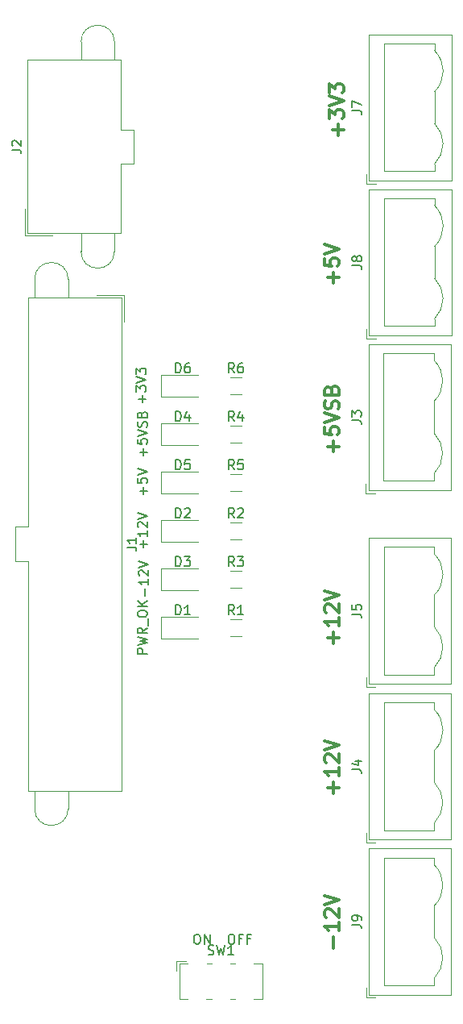
<source format=gbr>
G04 #@! TF.GenerationSoftware,KiCad,Pcbnew,(5.1.6)-1*
G04 #@! TF.CreationDate,2020-12-17T20:47:20-05:00*
G04 #@! TF.ProjectId,atx2,61747832-2e6b-4696-9361-645f70636258,rev?*
G04 #@! TF.SameCoordinates,Original*
G04 #@! TF.FileFunction,Legend,Top*
G04 #@! TF.FilePolarity,Positive*
%FSLAX46Y46*%
G04 Gerber Fmt 4.6, Leading zero omitted, Abs format (unit mm)*
G04 Created by KiCad (PCBNEW (5.1.6)-1) date 2020-12-17 20:47:20*
%MOMM*%
%LPD*%
G01*
G04 APERTURE LIST*
%ADD10C,0.200000*%
%ADD11C,0.300000*%
%ADD12C,0.120000*%
%ADD13C,0.150000*%
G04 APERTURE END LIST*
D10*
X74073095Y-139914380D02*
X74263571Y-139914380D01*
X74358809Y-139962000D01*
X74454047Y-140057238D01*
X74501666Y-140247714D01*
X74501666Y-140581047D01*
X74454047Y-140771523D01*
X74358809Y-140866761D01*
X74263571Y-140914380D01*
X74073095Y-140914380D01*
X73977857Y-140866761D01*
X73882619Y-140771523D01*
X73835000Y-140581047D01*
X73835000Y-140247714D01*
X73882619Y-140057238D01*
X73977857Y-139962000D01*
X74073095Y-139914380D01*
X74930238Y-140914380D02*
X74930238Y-139914380D01*
X75501666Y-140914380D01*
X75501666Y-139914380D01*
X77692142Y-139914380D02*
X77882619Y-139914380D01*
X77977857Y-139962000D01*
X78073095Y-140057238D01*
X78120714Y-140247714D01*
X78120714Y-140581047D01*
X78073095Y-140771523D01*
X77977857Y-140866761D01*
X77882619Y-140914380D01*
X77692142Y-140914380D01*
X77596904Y-140866761D01*
X77501666Y-140771523D01*
X77454047Y-140581047D01*
X77454047Y-140247714D01*
X77501666Y-140057238D01*
X77596904Y-139962000D01*
X77692142Y-139914380D01*
X78882619Y-140390571D02*
X78549285Y-140390571D01*
X78549285Y-140914380D02*
X78549285Y-139914380D01*
X79025476Y-139914380D01*
X79739761Y-140390571D02*
X79406428Y-140390571D01*
X79406428Y-140914380D02*
X79406428Y-139914380D01*
X79882619Y-139914380D01*
X68905380Y-110434095D02*
X67905380Y-110434095D01*
X67905380Y-110053142D01*
X67953000Y-109957904D01*
X68000619Y-109910285D01*
X68095857Y-109862666D01*
X68238714Y-109862666D01*
X68333952Y-109910285D01*
X68381571Y-109957904D01*
X68429190Y-110053142D01*
X68429190Y-110434095D01*
X67905380Y-109529333D02*
X68905380Y-109291238D01*
X68191095Y-109100761D01*
X68905380Y-108910285D01*
X67905380Y-108672190D01*
X68905380Y-107719809D02*
X68429190Y-108053142D01*
X68905380Y-108291238D02*
X67905380Y-108291238D01*
X67905380Y-107910285D01*
X67953000Y-107815047D01*
X68000619Y-107767428D01*
X68095857Y-107719809D01*
X68238714Y-107719809D01*
X68333952Y-107767428D01*
X68381571Y-107815047D01*
X68429190Y-107910285D01*
X68429190Y-108291238D01*
X69000619Y-107529333D02*
X69000619Y-106767428D01*
X67905380Y-106338857D02*
X67905380Y-106148380D01*
X67953000Y-106053142D01*
X68048238Y-105957904D01*
X68238714Y-105910285D01*
X68572047Y-105910285D01*
X68762523Y-105957904D01*
X68857761Y-106053142D01*
X68905380Y-106148380D01*
X68905380Y-106338857D01*
X68857761Y-106434095D01*
X68762523Y-106529333D01*
X68572047Y-106576952D01*
X68238714Y-106576952D01*
X68048238Y-106529333D01*
X67953000Y-106434095D01*
X67905380Y-106338857D01*
X68905380Y-105481714D02*
X67905380Y-105481714D01*
X68905380Y-104910285D02*
X68333952Y-105338857D01*
X67905380Y-104910285D02*
X68476809Y-105481714D01*
X68651428Y-104377904D02*
X68651428Y-103616000D01*
X69032380Y-102616000D02*
X69032380Y-103187428D01*
X69032380Y-102901714D02*
X68032380Y-102901714D01*
X68175238Y-102996952D01*
X68270476Y-103092190D01*
X68318095Y-103187428D01*
X68127619Y-102235047D02*
X68080000Y-102187428D01*
X68032380Y-102092190D01*
X68032380Y-101854095D01*
X68080000Y-101758857D01*
X68127619Y-101711238D01*
X68222857Y-101663619D01*
X68318095Y-101663619D01*
X68460952Y-101711238D01*
X69032380Y-102282666D01*
X69032380Y-101663619D01*
X68032380Y-101377904D02*
X69032380Y-101044571D01*
X68032380Y-100711238D01*
X68524428Y-99297904D02*
X68524428Y-98536000D01*
X68905380Y-98916952D02*
X68143476Y-98916952D01*
X68905380Y-97536000D02*
X68905380Y-98107428D01*
X68905380Y-97821714D02*
X67905380Y-97821714D01*
X68048238Y-97916952D01*
X68143476Y-98012190D01*
X68191095Y-98107428D01*
X68000619Y-97155047D02*
X67953000Y-97107428D01*
X67905380Y-97012190D01*
X67905380Y-96774095D01*
X67953000Y-96678857D01*
X68000619Y-96631238D01*
X68095857Y-96583619D01*
X68191095Y-96583619D01*
X68333952Y-96631238D01*
X68905380Y-97202666D01*
X68905380Y-96583619D01*
X67905380Y-96297904D02*
X68905380Y-95964571D01*
X67905380Y-95631238D01*
X68524428Y-93741714D02*
X68524428Y-92979809D01*
X68905380Y-93360761D02*
X68143476Y-93360761D01*
X67905380Y-92027428D02*
X67905380Y-92503619D01*
X68381571Y-92551238D01*
X68333952Y-92503619D01*
X68286333Y-92408380D01*
X68286333Y-92170285D01*
X68333952Y-92075047D01*
X68381571Y-92027428D01*
X68476809Y-91979809D01*
X68714904Y-91979809D01*
X68810142Y-92027428D01*
X68857761Y-92075047D01*
X68905380Y-92170285D01*
X68905380Y-92408380D01*
X68857761Y-92503619D01*
X68810142Y-92551238D01*
X67905380Y-91694095D02*
X68905380Y-91360761D01*
X67905380Y-91027428D01*
X68524428Y-89637904D02*
X68524428Y-88876000D01*
X68905380Y-89256952D02*
X68143476Y-89256952D01*
X67905380Y-87923619D02*
X67905380Y-88399809D01*
X68381571Y-88447428D01*
X68333952Y-88399809D01*
X68286333Y-88304571D01*
X68286333Y-88066476D01*
X68333952Y-87971238D01*
X68381571Y-87923619D01*
X68476809Y-87876000D01*
X68714904Y-87876000D01*
X68810142Y-87923619D01*
X68857761Y-87971238D01*
X68905380Y-88066476D01*
X68905380Y-88304571D01*
X68857761Y-88399809D01*
X68810142Y-88447428D01*
X67905380Y-87590285D02*
X68905380Y-87256952D01*
X67905380Y-86923619D01*
X68857761Y-86637904D02*
X68905380Y-86495047D01*
X68905380Y-86256952D01*
X68857761Y-86161714D01*
X68810142Y-86114095D01*
X68714904Y-86066476D01*
X68619666Y-86066476D01*
X68524428Y-86114095D01*
X68476809Y-86161714D01*
X68429190Y-86256952D01*
X68381571Y-86447428D01*
X68333952Y-86542666D01*
X68286333Y-86590285D01*
X68191095Y-86637904D01*
X68095857Y-86637904D01*
X68000619Y-86590285D01*
X67953000Y-86542666D01*
X67905380Y-86447428D01*
X67905380Y-86209333D01*
X67953000Y-86066476D01*
X68381571Y-85304571D02*
X68429190Y-85161714D01*
X68476809Y-85114095D01*
X68572047Y-85066476D01*
X68714904Y-85066476D01*
X68810142Y-85114095D01*
X68857761Y-85161714D01*
X68905380Y-85256952D01*
X68905380Y-85637904D01*
X67905380Y-85637904D01*
X67905380Y-85304571D01*
X67953000Y-85209333D01*
X68000619Y-85161714D01*
X68095857Y-85114095D01*
X68191095Y-85114095D01*
X68286333Y-85161714D01*
X68333952Y-85209333D01*
X68381571Y-85304571D01*
X68381571Y-85637904D01*
X68397428Y-84057904D02*
X68397428Y-83296000D01*
X68778380Y-83676952D02*
X68016476Y-83676952D01*
X67778380Y-82915047D02*
X67778380Y-82296000D01*
X68159333Y-82629333D01*
X68159333Y-82486476D01*
X68206952Y-82391238D01*
X68254571Y-82343619D01*
X68349809Y-82296000D01*
X68587904Y-82296000D01*
X68683142Y-82343619D01*
X68730761Y-82391238D01*
X68778380Y-82486476D01*
X68778380Y-82772190D01*
X68730761Y-82867428D01*
X68683142Y-82915047D01*
X67778380Y-82010285D02*
X68778380Y-81676952D01*
X67778380Y-81343619D01*
X67778380Y-81105523D02*
X67778380Y-80486476D01*
X68159333Y-80819809D01*
X68159333Y-80676952D01*
X68206952Y-80581714D01*
X68254571Y-80534095D01*
X68349809Y-80486476D01*
X68587904Y-80486476D01*
X68683142Y-80534095D01*
X68730761Y-80581714D01*
X68778380Y-80676952D01*
X68778380Y-80962666D01*
X68730761Y-81057904D01*
X68683142Y-81105523D01*
D11*
X89007142Y-55982857D02*
X89007142Y-54840000D01*
X89578571Y-55411428D02*
X88435714Y-55411428D01*
X88078571Y-54268571D02*
X88078571Y-53340000D01*
X88650000Y-53840000D01*
X88650000Y-53625714D01*
X88721428Y-53482857D01*
X88792857Y-53411428D01*
X88935714Y-53340000D01*
X89292857Y-53340000D01*
X89435714Y-53411428D01*
X89507142Y-53482857D01*
X89578571Y-53625714D01*
X89578571Y-54054285D01*
X89507142Y-54197142D01*
X89435714Y-54268571D01*
X88078571Y-52911428D02*
X89578571Y-52411428D01*
X88078571Y-51911428D01*
X88078571Y-51554285D02*
X88078571Y-50625714D01*
X88650000Y-51125714D01*
X88650000Y-50911428D01*
X88721428Y-50768571D01*
X88792857Y-50697142D01*
X88935714Y-50625714D01*
X89292857Y-50625714D01*
X89435714Y-50697142D01*
X89507142Y-50768571D01*
X89578571Y-50911428D01*
X89578571Y-51340000D01*
X89507142Y-51482857D01*
X89435714Y-51554285D01*
X88499142Y-71524571D02*
X88499142Y-70381714D01*
X89070571Y-70953142D02*
X87927714Y-70953142D01*
X87570571Y-68953142D02*
X87570571Y-69667428D01*
X88284857Y-69738857D01*
X88213428Y-69667428D01*
X88142000Y-69524571D01*
X88142000Y-69167428D01*
X88213428Y-69024571D01*
X88284857Y-68953142D01*
X88427714Y-68881714D01*
X88784857Y-68881714D01*
X88927714Y-68953142D01*
X88999142Y-69024571D01*
X89070571Y-69167428D01*
X89070571Y-69524571D01*
X88999142Y-69667428D01*
X88927714Y-69738857D01*
X87570571Y-68453142D02*
X89070571Y-67953142D01*
X87570571Y-67453142D01*
X88499142Y-89244857D02*
X88499142Y-88102000D01*
X89070571Y-88673428D02*
X87927714Y-88673428D01*
X87570571Y-86673428D02*
X87570571Y-87387714D01*
X88284857Y-87459142D01*
X88213428Y-87387714D01*
X88142000Y-87244857D01*
X88142000Y-86887714D01*
X88213428Y-86744857D01*
X88284857Y-86673428D01*
X88427714Y-86602000D01*
X88784857Y-86602000D01*
X88927714Y-86673428D01*
X88999142Y-86744857D01*
X89070571Y-86887714D01*
X89070571Y-87244857D01*
X88999142Y-87387714D01*
X88927714Y-87459142D01*
X87570571Y-86173428D02*
X89070571Y-85673428D01*
X87570571Y-85173428D01*
X88999142Y-84744857D02*
X89070571Y-84530571D01*
X89070571Y-84173428D01*
X88999142Y-84030571D01*
X88927714Y-83959142D01*
X88784857Y-83887714D01*
X88642000Y-83887714D01*
X88499142Y-83959142D01*
X88427714Y-84030571D01*
X88356285Y-84173428D01*
X88284857Y-84459142D01*
X88213428Y-84602000D01*
X88142000Y-84673428D01*
X87999142Y-84744857D01*
X87856285Y-84744857D01*
X87713428Y-84673428D01*
X87642000Y-84602000D01*
X87570571Y-84459142D01*
X87570571Y-84102000D01*
X87642000Y-83887714D01*
X88284857Y-82744857D02*
X88356285Y-82530571D01*
X88427714Y-82459142D01*
X88570571Y-82387714D01*
X88784857Y-82387714D01*
X88927714Y-82459142D01*
X88999142Y-82530571D01*
X89070571Y-82673428D01*
X89070571Y-83244857D01*
X87570571Y-83244857D01*
X87570571Y-82744857D01*
X87642000Y-82602000D01*
X87713428Y-82530571D01*
X87856285Y-82459142D01*
X87999142Y-82459142D01*
X88142000Y-82530571D01*
X88213428Y-82602000D01*
X88284857Y-82744857D01*
X88284857Y-83244857D01*
X88499142Y-109322857D02*
X88499142Y-108180000D01*
X89070571Y-108751428D02*
X87927714Y-108751428D01*
X89070571Y-106680000D02*
X89070571Y-107537142D01*
X89070571Y-107108571D02*
X87570571Y-107108571D01*
X87784857Y-107251428D01*
X87927714Y-107394285D01*
X87999142Y-107537142D01*
X87713428Y-106108571D02*
X87642000Y-106037142D01*
X87570571Y-105894285D01*
X87570571Y-105537142D01*
X87642000Y-105394285D01*
X87713428Y-105322857D01*
X87856285Y-105251428D01*
X87999142Y-105251428D01*
X88213428Y-105322857D01*
X89070571Y-106180000D01*
X89070571Y-105251428D01*
X87570571Y-104822857D02*
X89070571Y-104322857D01*
X87570571Y-103822857D01*
X88499142Y-125070857D02*
X88499142Y-123928000D01*
X89070571Y-124499428D02*
X87927714Y-124499428D01*
X89070571Y-122428000D02*
X89070571Y-123285142D01*
X89070571Y-122856571D02*
X87570571Y-122856571D01*
X87784857Y-122999428D01*
X87927714Y-123142285D01*
X87999142Y-123285142D01*
X87713428Y-121856571D02*
X87642000Y-121785142D01*
X87570571Y-121642285D01*
X87570571Y-121285142D01*
X87642000Y-121142285D01*
X87713428Y-121070857D01*
X87856285Y-120999428D01*
X87999142Y-120999428D01*
X88213428Y-121070857D01*
X89070571Y-121928000D01*
X89070571Y-120999428D01*
X87570571Y-120570857D02*
X89070571Y-120070857D01*
X87570571Y-119570857D01*
X88499142Y-141326857D02*
X88499142Y-140184000D01*
X89070571Y-138684000D02*
X89070571Y-139541142D01*
X89070571Y-139112571D02*
X87570571Y-139112571D01*
X87784857Y-139255428D01*
X87927714Y-139398285D01*
X87999142Y-139541142D01*
X87713428Y-138112571D02*
X87642000Y-138041142D01*
X87570571Y-137898285D01*
X87570571Y-137541142D01*
X87642000Y-137398285D01*
X87713428Y-137326857D01*
X87856285Y-137255428D01*
X87999142Y-137255428D01*
X88213428Y-137326857D01*
X89070571Y-138184000D01*
X89070571Y-137255428D01*
X87570571Y-136826857D02*
X89070571Y-136326857D01*
X87570571Y-135826857D01*
D12*
X74244000Y-106561000D02*
X70359000Y-106561000D01*
X70359000Y-106561000D02*
X70359000Y-108831000D01*
X70359000Y-108831000D02*
X74244000Y-108831000D01*
X74244000Y-96401000D02*
X70359000Y-96401000D01*
X70359000Y-96401000D02*
X70359000Y-98671000D01*
X70359000Y-98671000D02*
X74244000Y-98671000D01*
X74244000Y-101481000D02*
X70359000Y-101481000D01*
X70359000Y-101481000D02*
X70359000Y-103751000D01*
X70359000Y-103751000D02*
X74244000Y-103751000D01*
X70359000Y-88511000D02*
X74244000Y-88511000D01*
X70359000Y-86241000D02*
X70359000Y-88511000D01*
X74244000Y-86241000D02*
X70359000Y-86241000D01*
X70359000Y-93591000D02*
X74244000Y-93591000D01*
X70359000Y-91321000D02*
X70359000Y-93591000D01*
X74244000Y-91321000D02*
X70359000Y-91321000D01*
X70359000Y-83431000D02*
X74244000Y-83431000D01*
X70359000Y-81161000D02*
X70359000Y-83431000D01*
X74244000Y-81161000D02*
X70359000Y-81161000D01*
X99077200Y-78878000D02*
X93777200Y-78878000D01*
X99077200Y-79628000D02*
X99077200Y-78878000D01*
X99077200Y-87268000D02*
X99077200Y-83948000D01*
X99077200Y-92298000D02*
X99077200Y-91548000D01*
X93777200Y-92298000D02*
X99077200Y-92298000D01*
X93777200Y-78878000D02*
X93777200Y-92298000D01*
X91907200Y-93578000D02*
X91907200Y-92578000D01*
X91907200Y-93578000D02*
X92907200Y-93578000D01*
X100847200Y-93278000D02*
X92207200Y-93278000D01*
X100847200Y-77918000D02*
X100847200Y-93278000D01*
X92207200Y-77918000D02*
X100847200Y-77918000D01*
X92207200Y-93268000D02*
X92207200Y-77918000D01*
X99077723Y-79628508D02*
G75*
G02*
X99077200Y-83948000I-2100523J-2159492D01*
G01*
X99076491Y-87267305D02*
G75*
G02*
X99077200Y-91548000I-2099291J-2140695D01*
G01*
X92232600Y-129945600D02*
X92232600Y-114595600D01*
X92232600Y-114595600D02*
X100872600Y-114595600D01*
X100872600Y-114595600D02*
X100872600Y-129955600D01*
X100872600Y-129955600D02*
X92232600Y-129955600D01*
X91932600Y-130255600D02*
X92932600Y-130255600D01*
X91932600Y-130255600D02*
X91932600Y-129255600D01*
X93802600Y-115555600D02*
X93802600Y-128975600D01*
X93802600Y-128975600D02*
X99102600Y-128975600D01*
X99102600Y-128975600D02*
X99102600Y-128225600D01*
X99102600Y-123945600D02*
X99102600Y-120625600D01*
X99102600Y-116305600D02*
X99102600Y-115555600D01*
X99102600Y-115555600D02*
X93802600Y-115555600D01*
X99101891Y-123944905D02*
G75*
G02*
X99102600Y-128225600I-2099291J-2140695D01*
G01*
X99103123Y-116306108D02*
G75*
G02*
X99102600Y-120625600I-2100523J-2159492D01*
G01*
X99105001Y-99223001D02*
X93805001Y-99223001D01*
X99105001Y-99973001D02*
X99105001Y-99223001D01*
X99105001Y-107613001D02*
X99105001Y-104293001D01*
X99105001Y-112643001D02*
X99105001Y-111893001D01*
X93805001Y-112643001D02*
X99105001Y-112643001D01*
X93805001Y-99223001D02*
X93805001Y-112643001D01*
X91935001Y-113923001D02*
X91935001Y-112923001D01*
X91935001Y-113923001D02*
X92935001Y-113923001D01*
X100875001Y-113623001D02*
X92235001Y-113623001D01*
X100875001Y-98263001D02*
X100875001Y-113623001D01*
X92235001Y-98263001D02*
X100875001Y-98263001D01*
X92235001Y-113613001D02*
X92235001Y-98263001D01*
X99105524Y-99973509D02*
G75*
G02*
X99105001Y-104293001I-2100523J-2159492D01*
G01*
X99104292Y-107612306D02*
G75*
G02*
X99105001Y-111893001I-2099291J-2140695D01*
G01*
X92258000Y-60756000D02*
X92258000Y-45406000D01*
X92258000Y-45406000D02*
X100898000Y-45406000D01*
X100898000Y-45406000D02*
X100898000Y-60766000D01*
X100898000Y-60766000D02*
X92258000Y-60766000D01*
X91958000Y-61066000D02*
X92958000Y-61066000D01*
X91958000Y-61066000D02*
X91958000Y-60066000D01*
X93828000Y-46366000D02*
X93828000Y-59786000D01*
X93828000Y-59786000D02*
X99128000Y-59786000D01*
X99128000Y-59786000D02*
X99128000Y-59036000D01*
X99128000Y-54756000D02*
X99128000Y-51436000D01*
X99128000Y-47116000D02*
X99128000Y-46366000D01*
X99128000Y-46366000D02*
X93828000Y-46366000D01*
X99127291Y-54755305D02*
G75*
G02*
X99128000Y-59036000I-2099291J-2140695D01*
G01*
X99128523Y-47116508D02*
G75*
G02*
X99128000Y-51436000I-2100523J-2159492D01*
G01*
X99128000Y-62622000D02*
X93828000Y-62622000D01*
X99128000Y-63372000D02*
X99128000Y-62622000D01*
X99128000Y-71012000D02*
X99128000Y-67692000D01*
X99128000Y-76042000D02*
X99128000Y-75292000D01*
X93828000Y-76042000D02*
X99128000Y-76042000D01*
X93828000Y-62622000D02*
X93828000Y-76042000D01*
X91958000Y-77322000D02*
X91958000Y-76322000D01*
X91958000Y-77322000D02*
X92958000Y-77322000D01*
X100898000Y-77022000D02*
X92258000Y-77022000D01*
X100898000Y-61662000D02*
X100898000Y-77022000D01*
X92258000Y-61662000D02*
X100898000Y-61662000D01*
X92258000Y-77012000D02*
X92258000Y-61662000D01*
X99128523Y-63372508D02*
G75*
G02*
X99128000Y-67692000I-2100523J-2159492D01*
G01*
X99127291Y-71011305D02*
G75*
G02*
X99128000Y-75292000I-2099291J-2140695D01*
G01*
X92230060Y-146242240D02*
X92230060Y-130892240D01*
X92230060Y-130892240D02*
X100870060Y-130892240D01*
X100870060Y-130892240D02*
X100870060Y-146252240D01*
X100870060Y-146252240D02*
X92230060Y-146252240D01*
X91930060Y-146552240D02*
X92930060Y-146552240D01*
X91930060Y-146552240D02*
X91930060Y-145552240D01*
X93800060Y-131852240D02*
X93800060Y-145272240D01*
X93800060Y-145272240D02*
X99100060Y-145272240D01*
X99100060Y-145272240D02*
X99100060Y-144522240D01*
X99100060Y-140242240D02*
X99100060Y-136922240D01*
X99100060Y-132602240D02*
X99100060Y-131852240D01*
X99100060Y-131852240D02*
X93800060Y-131852240D01*
X99099351Y-140241545D02*
G75*
G02*
X99100060Y-144522240I-2099291J-2140695D01*
G01*
X99100583Y-132602748D02*
G75*
G02*
X99100060Y-136922240I-2100523J-2159492D01*
G01*
X77629936Y-108606000D02*
X78834064Y-108606000D01*
X77629936Y-106786000D02*
X78834064Y-106786000D01*
X77629936Y-96626000D02*
X78834064Y-96626000D01*
X77629936Y-98446000D02*
X78834064Y-98446000D01*
X77629936Y-101706000D02*
X78834064Y-101706000D01*
X77629936Y-103526000D02*
X78834064Y-103526000D01*
X77629936Y-88286000D02*
X78834064Y-88286000D01*
X77629936Y-86466000D02*
X78834064Y-86466000D01*
X77629936Y-91546000D02*
X78834064Y-91546000D01*
X77629936Y-93366000D02*
X78834064Y-93366000D01*
X77629936Y-83206000D02*
X78834064Y-83206000D01*
X77629936Y-81386000D02*
X78834064Y-81386000D01*
X72318000Y-143006000D02*
X73168000Y-143006000D01*
X75168000Y-143006000D02*
X75698000Y-143006000D01*
X77638000Y-143006000D02*
X78198000Y-143006000D01*
X80138000Y-143006000D02*
X81018000Y-143006000D01*
X81018000Y-143006000D02*
X81018000Y-146706000D01*
X81018000Y-146706000D02*
X80148000Y-146706000D01*
X78188000Y-146706000D02*
X77638000Y-146706000D01*
X75698000Y-146706000D02*
X75138000Y-146706000D01*
X73198000Y-146706000D02*
X72318000Y-146706000D01*
X72318000Y-146706000D02*
X72318000Y-143006000D01*
X72018000Y-143706000D02*
X72018000Y-142706000D01*
X72018000Y-142706000D02*
X73018000Y-142706000D01*
X66481000Y-72769000D02*
X63631000Y-72769000D01*
X66481000Y-75619000D02*
X66481000Y-72769000D01*
X55021000Y-100729000D02*
X55021000Y-98919000D01*
X56421000Y-100729000D02*
X55021000Y-100729000D01*
X56421000Y-124829000D02*
X56421000Y-100729000D01*
X66241000Y-124829000D02*
X56421000Y-124829000D01*
X66241000Y-98919000D02*
X66241000Y-124829000D01*
X55021000Y-97109000D02*
X55021000Y-98919000D01*
X56421000Y-97109000D02*
X55021000Y-97109000D01*
X56421000Y-73009000D02*
X56421000Y-97109000D01*
X66241000Y-73009000D02*
X56421000Y-73009000D01*
X66241000Y-98919000D02*
X66241000Y-73009000D01*
X57081000Y-126719000D02*
X57081000Y-124829000D01*
X60601000Y-126719000D02*
X60601000Y-124829000D01*
X57081000Y-71119000D02*
X57081000Y-73009000D01*
X60601000Y-71119000D02*
X60601000Y-73009000D01*
X60601000Y-71119000D02*
G75*
G03*
X57081000Y-71119000I-1760000J0D01*
G01*
X57081000Y-126719000D02*
G75*
G03*
X60601000Y-126719000I1760000J0D01*
G01*
X56074000Y-66550000D02*
X58924000Y-66550000D01*
X56074000Y-63700000D02*
X56074000Y-66550000D01*
X67534000Y-55390000D02*
X67534000Y-57200000D01*
X66134000Y-55390000D02*
X67534000Y-55390000D01*
X66134000Y-48090000D02*
X66134000Y-55390000D01*
X56314000Y-48090000D02*
X66134000Y-48090000D01*
X56314000Y-57200000D02*
X56314000Y-48090000D01*
X67534000Y-59010000D02*
X67534000Y-57200000D01*
X66134000Y-59010000D02*
X67534000Y-59010000D01*
X66134000Y-66310000D02*
X66134000Y-59010000D01*
X56314000Y-66310000D02*
X66134000Y-66310000D01*
X56314000Y-57200000D02*
X56314000Y-66310000D01*
X65474000Y-46200000D02*
X65474000Y-48090000D01*
X61954000Y-46200000D02*
X61954000Y-48090000D01*
X65474000Y-68200000D02*
X65474000Y-66310000D01*
X61954000Y-68200000D02*
X61954000Y-66310000D01*
X61954000Y-68200000D02*
G75*
G03*
X65474000Y-68200000I1760000J0D01*
G01*
X65474000Y-46200000D02*
G75*
G03*
X61954000Y-46200000I-1760000J0D01*
G01*
D13*
X71905904Y-106328380D02*
X71905904Y-105328380D01*
X72144000Y-105328380D01*
X72286857Y-105376000D01*
X72382095Y-105471238D01*
X72429714Y-105566476D01*
X72477333Y-105756952D01*
X72477333Y-105899809D01*
X72429714Y-106090285D01*
X72382095Y-106185523D01*
X72286857Y-106280761D01*
X72144000Y-106328380D01*
X71905904Y-106328380D01*
X73429714Y-106328380D02*
X72858285Y-106328380D01*
X73144000Y-106328380D02*
X73144000Y-105328380D01*
X73048761Y-105471238D01*
X72953523Y-105566476D01*
X72858285Y-105614095D01*
X71905904Y-96168380D02*
X71905904Y-95168380D01*
X72144000Y-95168380D01*
X72286857Y-95216000D01*
X72382095Y-95311238D01*
X72429714Y-95406476D01*
X72477333Y-95596952D01*
X72477333Y-95739809D01*
X72429714Y-95930285D01*
X72382095Y-96025523D01*
X72286857Y-96120761D01*
X72144000Y-96168380D01*
X71905904Y-96168380D01*
X72858285Y-95263619D02*
X72905904Y-95216000D01*
X73001142Y-95168380D01*
X73239238Y-95168380D01*
X73334476Y-95216000D01*
X73382095Y-95263619D01*
X73429714Y-95358857D01*
X73429714Y-95454095D01*
X73382095Y-95596952D01*
X72810666Y-96168380D01*
X73429714Y-96168380D01*
X71905904Y-101248380D02*
X71905904Y-100248380D01*
X72144000Y-100248380D01*
X72286857Y-100296000D01*
X72382095Y-100391238D01*
X72429714Y-100486476D01*
X72477333Y-100676952D01*
X72477333Y-100819809D01*
X72429714Y-101010285D01*
X72382095Y-101105523D01*
X72286857Y-101200761D01*
X72144000Y-101248380D01*
X71905904Y-101248380D01*
X72810666Y-100248380D02*
X73429714Y-100248380D01*
X73096380Y-100629333D01*
X73239238Y-100629333D01*
X73334476Y-100676952D01*
X73382095Y-100724571D01*
X73429714Y-100819809D01*
X73429714Y-101057904D01*
X73382095Y-101153142D01*
X73334476Y-101200761D01*
X73239238Y-101248380D01*
X72953523Y-101248380D01*
X72858285Y-101200761D01*
X72810666Y-101153142D01*
X71905904Y-86008380D02*
X71905904Y-85008380D01*
X72144000Y-85008380D01*
X72286857Y-85056000D01*
X72382095Y-85151238D01*
X72429714Y-85246476D01*
X72477333Y-85436952D01*
X72477333Y-85579809D01*
X72429714Y-85770285D01*
X72382095Y-85865523D01*
X72286857Y-85960761D01*
X72144000Y-86008380D01*
X71905904Y-86008380D01*
X73334476Y-85341714D02*
X73334476Y-86008380D01*
X73096380Y-84960761D02*
X72858285Y-85675047D01*
X73477333Y-85675047D01*
X71905904Y-91088380D02*
X71905904Y-90088380D01*
X72144000Y-90088380D01*
X72286857Y-90136000D01*
X72382095Y-90231238D01*
X72429714Y-90326476D01*
X72477333Y-90516952D01*
X72477333Y-90659809D01*
X72429714Y-90850285D01*
X72382095Y-90945523D01*
X72286857Y-91040761D01*
X72144000Y-91088380D01*
X71905904Y-91088380D01*
X73382095Y-90088380D02*
X72905904Y-90088380D01*
X72858285Y-90564571D01*
X72905904Y-90516952D01*
X73001142Y-90469333D01*
X73239238Y-90469333D01*
X73334476Y-90516952D01*
X73382095Y-90564571D01*
X73429714Y-90659809D01*
X73429714Y-90897904D01*
X73382095Y-90993142D01*
X73334476Y-91040761D01*
X73239238Y-91088380D01*
X73001142Y-91088380D01*
X72905904Y-91040761D01*
X72858285Y-90993142D01*
X71905904Y-80928380D02*
X71905904Y-79928380D01*
X72144000Y-79928380D01*
X72286857Y-79976000D01*
X72382095Y-80071238D01*
X72429714Y-80166476D01*
X72477333Y-80356952D01*
X72477333Y-80499809D01*
X72429714Y-80690285D01*
X72382095Y-80785523D01*
X72286857Y-80880761D01*
X72144000Y-80928380D01*
X71905904Y-80928380D01*
X73334476Y-79928380D02*
X73144000Y-79928380D01*
X73048761Y-79976000D01*
X73001142Y-80023619D01*
X72905904Y-80166476D01*
X72858285Y-80356952D01*
X72858285Y-80737904D01*
X72905904Y-80833142D01*
X72953523Y-80880761D01*
X73048761Y-80928380D01*
X73239238Y-80928380D01*
X73334476Y-80880761D01*
X73382095Y-80833142D01*
X73429714Y-80737904D01*
X73429714Y-80499809D01*
X73382095Y-80404571D01*
X73334476Y-80356952D01*
X73239238Y-80309333D01*
X73048761Y-80309333D01*
X72953523Y-80356952D01*
X72905904Y-80404571D01*
X72858285Y-80499809D01*
X90429580Y-85931333D02*
X91143866Y-85931333D01*
X91286723Y-85978952D01*
X91381961Y-86074190D01*
X91429580Y-86217047D01*
X91429580Y-86312285D01*
X90429580Y-85550380D02*
X90429580Y-84931333D01*
X90810533Y-85264666D01*
X90810533Y-85121809D01*
X90858152Y-85026571D01*
X90905771Y-84978952D01*
X91001009Y-84931333D01*
X91239104Y-84931333D01*
X91334342Y-84978952D01*
X91381961Y-85026571D01*
X91429580Y-85121809D01*
X91429580Y-85407523D01*
X91381961Y-85502761D01*
X91334342Y-85550380D01*
X90454980Y-122608933D02*
X91169266Y-122608933D01*
X91312123Y-122656552D01*
X91407361Y-122751790D01*
X91454980Y-122894647D01*
X91454980Y-122989885D01*
X90788314Y-121704171D02*
X91454980Y-121704171D01*
X90407361Y-121942266D02*
X91121647Y-122180361D01*
X91121647Y-121561314D01*
X90457381Y-106276334D02*
X91171667Y-106276334D01*
X91314524Y-106323953D01*
X91409762Y-106419191D01*
X91457381Y-106562048D01*
X91457381Y-106657286D01*
X90457381Y-105323953D02*
X90457381Y-105800143D01*
X90933572Y-105847762D01*
X90885953Y-105800143D01*
X90838334Y-105704905D01*
X90838334Y-105466810D01*
X90885953Y-105371572D01*
X90933572Y-105323953D01*
X91028810Y-105276334D01*
X91266905Y-105276334D01*
X91362143Y-105323953D01*
X91409762Y-105371572D01*
X91457381Y-105466810D01*
X91457381Y-105704905D01*
X91409762Y-105800143D01*
X91362143Y-105847762D01*
X90480380Y-53419333D02*
X91194666Y-53419333D01*
X91337523Y-53466952D01*
X91432761Y-53562190D01*
X91480380Y-53705047D01*
X91480380Y-53800285D01*
X90480380Y-53038380D02*
X90480380Y-52371714D01*
X91480380Y-52800285D01*
X90480380Y-69675333D02*
X91194666Y-69675333D01*
X91337523Y-69722952D01*
X91432761Y-69818190D01*
X91480380Y-69961047D01*
X91480380Y-70056285D01*
X90908952Y-69056285D02*
X90861333Y-69151523D01*
X90813714Y-69199142D01*
X90718476Y-69246761D01*
X90670857Y-69246761D01*
X90575619Y-69199142D01*
X90528000Y-69151523D01*
X90480380Y-69056285D01*
X90480380Y-68865809D01*
X90528000Y-68770571D01*
X90575619Y-68722952D01*
X90670857Y-68675333D01*
X90718476Y-68675333D01*
X90813714Y-68722952D01*
X90861333Y-68770571D01*
X90908952Y-68865809D01*
X90908952Y-69056285D01*
X90956571Y-69151523D01*
X91004190Y-69199142D01*
X91099428Y-69246761D01*
X91289904Y-69246761D01*
X91385142Y-69199142D01*
X91432761Y-69151523D01*
X91480380Y-69056285D01*
X91480380Y-68865809D01*
X91432761Y-68770571D01*
X91385142Y-68722952D01*
X91289904Y-68675333D01*
X91099428Y-68675333D01*
X91004190Y-68722952D01*
X90956571Y-68770571D01*
X90908952Y-68865809D01*
X90452440Y-138905573D02*
X91166726Y-138905573D01*
X91309583Y-138953192D01*
X91404821Y-139048430D01*
X91452440Y-139191287D01*
X91452440Y-139286525D01*
X91452440Y-138381763D02*
X91452440Y-138191287D01*
X91404821Y-138096049D01*
X91357202Y-138048430D01*
X91214345Y-137953192D01*
X91023869Y-137905573D01*
X90642917Y-137905573D01*
X90547679Y-137953192D01*
X90500060Y-138000811D01*
X90452440Y-138096049D01*
X90452440Y-138286525D01*
X90500060Y-138381763D01*
X90547679Y-138429382D01*
X90642917Y-138477001D01*
X90881012Y-138477001D01*
X90976250Y-138429382D01*
X91023869Y-138381763D01*
X91071488Y-138286525D01*
X91071488Y-138096049D01*
X91023869Y-138000811D01*
X90976250Y-137953192D01*
X90881012Y-137905573D01*
X78065333Y-106328380D02*
X77732000Y-105852190D01*
X77493904Y-106328380D02*
X77493904Y-105328380D01*
X77874857Y-105328380D01*
X77970095Y-105376000D01*
X78017714Y-105423619D01*
X78065333Y-105518857D01*
X78065333Y-105661714D01*
X78017714Y-105756952D01*
X77970095Y-105804571D01*
X77874857Y-105852190D01*
X77493904Y-105852190D01*
X79017714Y-106328380D02*
X78446285Y-106328380D01*
X78732000Y-106328380D02*
X78732000Y-105328380D01*
X78636761Y-105471238D01*
X78541523Y-105566476D01*
X78446285Y-105614095D01*
X78065333Y-96168380D02*
X77732000Y-95692190D01*
X77493904Y-96168380D02*
X77493904Y-95168380D01*
X77874857Y-95168380D01*
X77970095Y-95216000D01*
X78017714Y-95263619D01*
X78065333Y-95358857D01*
X78065333Y-95501714D01*
X78017714Y-95596952D01*
X77970095Y-95644571D01*
X77874857Y-95692190D01*
X77493904Y-95692190D01*
X78446285Y-95263619D02*
X78493904Y-95216000D01*
X78589142Y-95168380D01*
X78827238Y-95168380D01*
X78922476Y-95216000D01*
X78970095Y-95263619D01*
X79017714Y-95358857D01*
X79017714Y-95454095D01*
X78970095Y-95596952D01*
X78398666Y-96168380D01*
X79017714Y-96168380D01*
X78065333Y-101248380D02*
X77732000Y-100772190D01*
X77493904Y-101248380D02*
X77493904Y-100248380D01*
X77874857Y-100248380D01*
X77970095Y-100296000D01*
X78017714Y-100343619D01*
X78065333Y-100438857D01*
X78065333Y-100581714D01*
X78017714Y-100676952D01*
X77970095Y-100724571D01*
X77874857Y-100772190D01*
X77493904Y-100772190D01*
X78398666Y-100248380D02*
X79017714Y-100248380D01*
X78684380Y-100629333D01*
X78827238Y-100629333D01*
X78922476Y-100676952D01*
X78970095Y-100724571D01*
X79017714Y-100819809D01*
X79017714Y-101057904D01*
X78970095Y-101153142D01*
X78922476Y-101200761D01*
X78827238Y-101248380D01*
X78541523Y-101248380D01*
X78446285Y-101200761D01*
X78398666Y-101153142D01*
X78065333Y-86008380D02*
X77732000Y-85532190D01*
X77493904Y-86008380D02*
X77493904Y-85008380D01*
X77874857Y-85008380D01*
X77970095Y-85056000D01*
X78017714Y-85103619D01*
X78065333Y-85198857D01*
X78065333Y-85341714D01*
X78017714Y-85436952D01*
X77970095Y-85484571D01*
X77874857Y-85532190D01*
X77493904Y-85532190D01*
X78922476Y-85341714D02*
X78922476Y-86008380D01*
X78684380Y-84960761D02*
X78446285Y-85675047D01*
X79065333Y-85675047D01*
X78065333Y-91088380D02*
X77732000Y-90612190D01*
X77493904Y-91088380D02*
X77493904Y-90088380D01*
X77874857Y-90088380D01*
X77970095Y-90136000D01*
X78017714Y-90183619D01*
X78065333Y-90278857D01*
X78065333Y-90421714D01*
X78017714Y-90516952D01*
X77970095Y-90564571D01*
X77874857Y-90612190D01*
X77493904Y-90612190D01*
X78970095Y-90088380D02*
X78493904Y-90088380D01*
X78446285Y-90564571D01*
X78493904Y-90516952D01*
X78589142Y-90469333D01*
X78827238Y-90469333D01*
X78922476Y-90516952D01*
X78970095Y-90564571D01*
X79017714Y-90659809D01*
X79017714Y-90897904D01*
X78970095Y-90993142D01*
X78922476Y-91040761D01*
X78827238Y-91088380D01*
X78589142Y-91088380D01*
X78493904Y-91040761D01*
X78446285Y-90993142D01*
X78065333Y-80928380D02*
X77732000Y-80452190D01*
X77493904Y-80928380D02*
X77493904Y-79928380D01*
X77874857Y-79928380D01*
X77970095Y-79976000D01*
X78017714Y-80023619D01*
X78065333Y-80118857D01*
X78065333Y-80261714D01*
X78017714Y-80356952D01*
X77970095Y-80404571D01*
X77874857Y-80452190D01*
X77493904Y-80452190D01*
X78922476Y-79928380D02*
X78732000Y-79928380D01*
X78636761Y-79976000D01*
X78589142Y-80023619D01*
X78493904Y-80166476D01*
X78446285Y-80356952D01*
X78446285Y-80737904D01*
X78493904Y-80833142D01*
X78541523Y-80880761D01*
X78636761Y-80928380D01*
X78827238Y-80928380D01*
X78922476Y-80880761D01*
X78970095Y-80833142D01*
X79017714Y-80737904D01*
X79017714Y-80499809D01*
X78970095Y-80404571D01*
X78922476Y-80356952D01*
X78827238Y-80309333D01*
X78636761Y-80309333D01*
X78541523Y-80356952D01*
X78493904Y-80404571D01*
X78446285Y-80499809D01*
X75334666Y-142010761D02*
X75477523Y-142058380D01*
X75715619Y-142058380D01*
X75810857Y-142010761D01*
X75858476Y-141963142D01*
X75906095Y-141867904D01*
X75906095Y-141772666D01*
X75858476Y-141677428D01*
X75810857Y-141629809D01*
X75715619Y-141582190D01*
X75525142Y-141534571D01*
X75429904Y-141486952D01*
X75382285Y-141439333D01*
X75334666Y-141344095D01*
X75334666Y-141248857D01*
X75382285Y-141153619D01*
X75429904Y-141106000D01*
X75525142Y-141058380D01*
X75763238Y-141058380D01*
X75906095Y-141106000D01*
X76239428Y-141058380D02*
X76477523Y-142058380D01*
X76668000Y-141344095D01*
X76858476Y-142058380D01*
X77096571Y-141058380D01*
X78001333Y-142058380D02*
X77429904Y-142058380D01*
X77715619Y-142058380D02*
X77715619Y-141058380D01*
X77620380Y-141201238D01*
X77525142Y-141296476D01*
X77429904Y-141344095D01*
X66783380Y-99252333D02*
X67497666Y-99252333D01*
X67640523Y-99299952D01*
X67735761Y-99395190D01*
X67783380Y-99538047D01*
X67783380Y-99633285D01*
X67783380Y-98252333D02*
X67783380Y-98823761D01*
X67783380Y-98538047D02*
X66783380Y-98538047D01*
X66926238Y-98633285D01*
X67021476Y-98728523D01*
X67069095Y-98823761D01*
X54676380Y-57533333D02*
X55390666Y-57533333D01*
X55533523Y-57580952D01*
X55628761Y-57676190D01*
X55676380Y-57819047D01*
X55676380Y-57914285D01*
X54771619Y-57104761D02*
X54724000Y-57057142D01*
X54676380Y-56961904D01*
X54676380Y-56723809D01*
X54724000Y-56628571D01*
X54771619Y-56580952D01*
X54866857Y-56533333D01*
X54962095Y-56533333D01*
X55104952Y-56580952D01*
X55676380Y-57152380D01*
X55676380Y-56533333D01*
M02*

</source>
